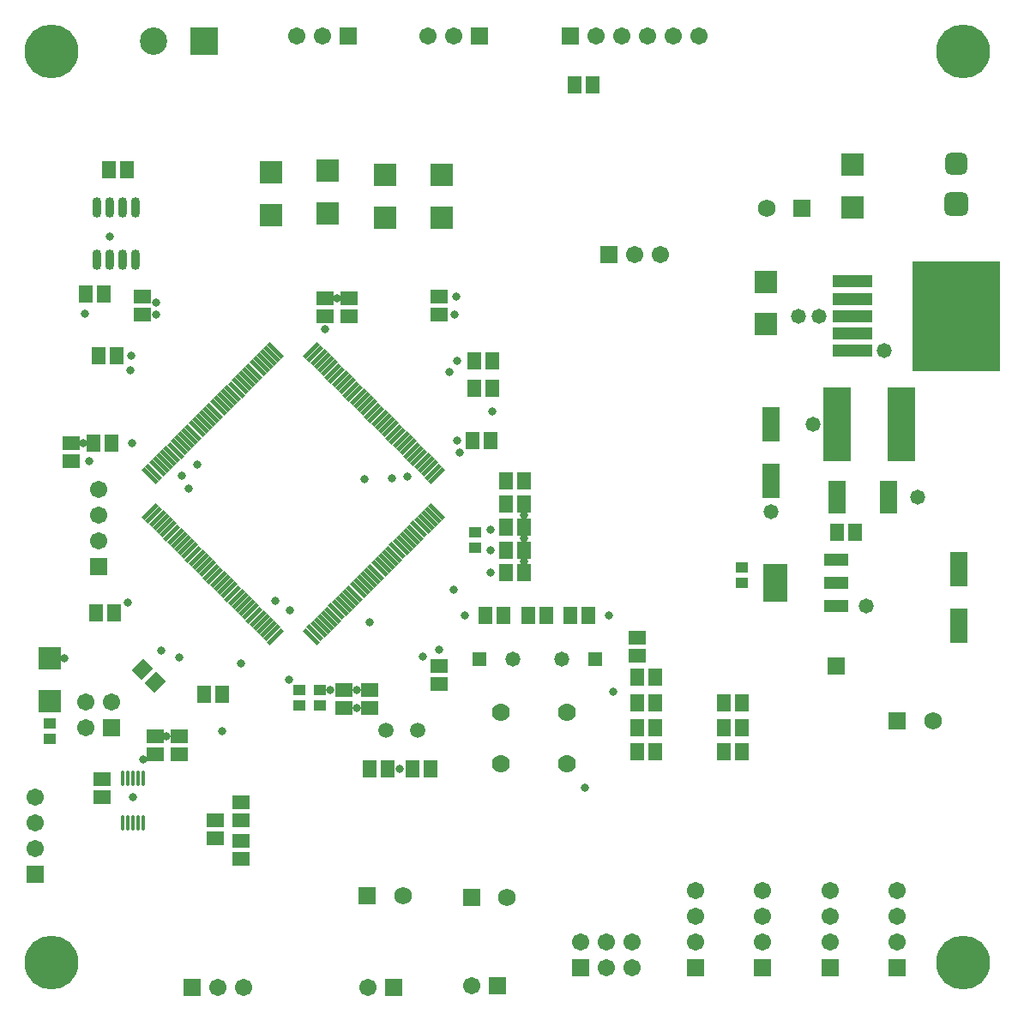
<source format=gts>
G04*
G04 #@! TF.GenerationSoftware,Altium Limited,Altium Designer,18.1.9 (240)*
G04*
G04 Layer_Color=8388736*
%FSLAX25Y25*%
%MOIN*%
G70*
G01*
G75*
%ADD38R,0.05367X0.06587*%
%ADD39R,0.06587X0.05367*%
%ADD40R,0.04658X0.04461*%
%ADD41O,0.03556X0.07887*%
%ADD42O,0.01502X0.05912*%
%ADD43R,0.08674X0.08674*%
G04:AMPARAMS|DCode=44|XSize=53.67mil|YSize=65.87mil|CornerRadius=0mil|HoleSize=0mil|Usage=FLASHONLY|Rotation=135.000|XOffset=0mil|YOffset=0mil|HoleType=Round|Shape=Rectangle|*
%AMROTATEDRECTD44*
4,1,4,0.04227,0.00432,-0.00432,-0.04227,-0.04227,-0.00432,0.00432,0.04227,0.04227,0.00432,0.0*
%
%ADD44ROTATEDRECTD44*%

%ADD45R,0.10642X0.29147*%
%ADD46R,0.06706X0.12611*%
%ADD47R,0.05800X0.05800*%
G04:AMPARAMS|DCode=48|XSize=18mil|YSize=78.87mil|CornerRadius=0mil|HoleSize=0mil|Usage=FLASHONLY|Rotation=225.000|XOffset=0mil|YOffset=0mil|HoleType=Round|Shape=Rectangle|*
%AMROTATEDRECTD48*
4,1,4,-0.02152,0.03425,0.03425,-0.02152,0.02152,-0.03425,-0.03425,0.02152,-0.02152,0.03425,0.0*
%
%ADD48ROTATEDRECTD48*%

G04:AMPARAMS|DCode=49|XSize=18mil|YSize=78.87mil|CornerRadius=0mil|HoleSize=0mil|Usage=FLASHONLY|Rotation=135.000|XOffset=0mil|YOffset=0mil|HoleType=Round|Shape=Rectangle|*
%AMROTATEDRECTD49*
4,1,4,0.03425,0.02152,-0.02152,-0.03425,-0.03425,-0.02152,0.02152,0.03425,0.03425,0.02152,0.0*
%
%ADD49ROTATEDRECTD49*%

%ADD50R,0.33871X0.42729*%
%ADD51R,0.15761X0.04934*%
%ADD52R,0.06706X0.13398*%
%ADD53R,0.09461X0.04737*%
%ADD54R,0.09461X0.14580*%
%ADD55R,0.06706X0.06706*%
%ADD56C,0.06706*%
%ADD57R,0.06706X0.06706*%
%ADD58C,0.06800*%
%ADD59R,0.06800X0.06800*%
%ADD60C,0.05918*%
%ADD61C,0.07000*%
%ADD62C,0.05800*%
%ADD63R,0.10642X0.10642*%
%ADD64C,0.10642*%
G04:AMPARAMS|DCode=65|XSize=94.61mil|YSize=94.61mil|CornerRadius=25.65mil|HoleSize=0mil|Usage=FLASHONLY|Rotation=90.000|XOffset=0mil|YOffset=0mil|HoleType=Round|Shape=RoundedRectangle|*
%AMROUNDEDRECTD65*
21,1,0.09461,0.04331,0,0,90.0*
21,1,0.04331,0.09461,0,0,90.0*
1,1,0.05131,0.02165,0.02165*
1,1,0.05131,0.02165,-0.02165*
1,1,0.05131,-0.02165,-0.02165*
1,1,0.05131,-0.02165,0.02165*
%
%ADD65ROUNDEDRECTD65*%
G04:AMPARAMS|DCode=66|XSize=86.74mil|YSize=86.74mil|CornerRadius=23.68mil|HoleSize=0mil|Usage=FLASHONLY|Rotation=90.000|XOffset=0mil|YOffset=0mil|HoleType=Round|Shape=RoundedRectangle|*
%AMROUNDEDRECTD66*
21,1,0.08674,0.03937,0,0,90.0*
21,1,0.03937,0.08674,0,0,90.0*
1,1,0.04737,0.01968,0.01968*
1,1,0.04737,0.01968,-0.01968*
1,1,0.04737,-0.01968,-0.01968*
1,1,0.04737,-0.01968,0.01968*
%
%ADD66ROUNDEDRECTD66*%
%ADD67C,0.03200*%
%ADD68C,0.20879*%
D38*
X196496Y207000D02*
D03*
X203504D02*
D03*
Y198000D02*
D03*
X196496D02*
D03*
X254504Y130500D02*
D03*
X247496D02*
D03*
X150500Y95000D02*
D03*
X143492D02*
D03*
X159996D02*
D03*
X167004D02*
D03*
X254504Y120500D02*
D03*
X247496D02*
D03*
X280996Y120500D02*
D03*
X288004D02*
D03*
X254504Y111000D02*
D03*
X247496D02*
D03*
X280996Y111000D02*
D03*
X288004D02*
D03*
X280996Y101500D02*
D03*
X288004D02*
D03*
X254504Y101500D02*
D03*
X247496D02*
D03*
X183496Y222500D02*
D03*
X190504D02*
D03*
X191004Y243000D02*
D03*
X183996D02*
D03*
X44004Y155500D02*
D03*
X36996D02*
D03*
X78996Y123988D02*
D03*
X86004D02*
D03*
X40146Y279500D02*
D03*
X33138D02*
D03*
X37996Y255492D02*
D03*
X45004D02*
D03*
X203504Y180000D02*
D03*
X196496D02*
D03*
X203504Y189000D02*
D03*
X196496D02*
D03*
Y171106D02*
D03*
X203504D02*
D03*
X43004Y221500D02*
D03*
X35996D02*
D03*
X332004Y187000D02*
D03*
X324996D02*
D03*
X188492Y154500D02*
D03*
X195500D02*
D03*
X212004D02*
D03*
X204996D02*
D03*
X228504D02*
D03*
X221496D02*
D03*
X222996Y361000D02*
D03*
X230004D02*
D03*
X41996Y328000D02*
D03*
X49004D02*
D03*
X191004Y253500D02*
D03*
X183996D02*
D03*
D39*
X69335Y100496D02*
D03*
Y107504D02*
D03*
X60000Y100496D02*
D03*
Y107504D02*
D03*
X39500Y91004D02*
D03*
Y83996D02*
D03*
X143500Y125504D02*
D03*
Y118496D02*
D03*
X170500Y135004D02*
D03*
Y127996D02*
D03*
X133500Y118496D02*
D03*
Y125504D02*
D03*
X126000Y270996D02*
D03*
Y278004D02*
D03*
X135500Y270996D02*
D03*
Y278004D02*
D03*
X27500Y214500D02*
D03*
Y221508D02*
D03*
X93500Y82000D02*
D03*
Y74992D02*
D03*
Y59992D02*
D03*
Y67000D02*
D03*
X83500Y75000D02*
D03*
Y67992D02*
D03*
X247496Y138996D02*
D03*
Y146004D02*
D03*
X170500Y271496D02*
D03*
Y278504D02*
D03*
X55000D02*
D03*
Y271496D02*
D03*
D40*
X184500Y187031D02*
D03*
Y180968D02*
D03*
X19000Y106468D02*
D03*
Y112531D02*
D03*
X124000Y125531D02*
D03*
Y119468D02*
D03*
X116000Y125531D02*
D03*
Y119468D02*
D03*
X288218Y167187D02*
D03*
Y173250D02*
D03*
D41*
X52500Y313236D02*
D03*
X47500D02*
D03*
X42500D02*
D03*
X37500D02*
D03*
X52500Y292764D02*
D03*
X47500D02*
D03*
X42500D02*
D03*
X37500D02*
D03*
D42*
X47563Y91161D02*
D03*
X49531D02*
D03*
X51500D02*
D03*
X53469D02*
D03*
X55437D02*
D03*
Y73839D02*
D03*
X53469D02*
D03*
X51500D02*
D03*
X49531D02*
D03*
X47563D02*
D03*
D43*
X19000Y137768D02*
D03*
Y121232D02*
D03*
X297500Y284268D02*
D03*
Y267732D02*
D03*
X331000Y313232D02*
D03*
Y329768D02*
D03*
X149333Y325768D02*
D03*
Y309232D02*
D03*
X171500Y325768D02*
D03*
Y309232D02*
D03*
X105000Y326768D02*
D03*
Y310232D02*
D03*
X127167Y327500D02*
D03*
Y310965D02*
D03*
D44*
X59955Y128545D02*
D03*
X55000Y133500D02*
D03*
D45*
X350000Y229000D02*
D03*
X325000D02*
D03*
D46*
Y200500D02*
D03*
X345000D02*
D03*
D47*
X231244Y137500D02*
D03*
X185969D02*
D03*
D48*
X120837Y146308D02*
D03*
X122229Y147700D02*
D03*
X123621Y149092D02*
D03*
X125013Y150484D02*
D03*
X126405Y151875D02*
D03*
X127797Y153268D02*
D03*
X129189Y154659D02*
D03*
X130581Y156051D02*
D03*
X131973Y157443D02*
D03*
X133364Y158835D02*
D03*
X134756Y160227D02*
D03*
X136148Y161619D02*
D03*
X137540Y163011D02*
D03*
X138932Y164403D02*
D03*
X140324Y165795D02*
D03*
X141716Y167187D02*
D03*
X143108Y168579D02*
D03*
X144500Y169971D02*
D03*
X145892Y171363D02*
D03*
X147284Y172755D02*
D03*
X148676Y174147D02*
D03*
X150068Y175539D02*
D03*
X151460Y176930D02*
D03*
X152852Y178322D02*
D03*
X154244Y179714D02*
D03*
X155635Y181106D02*
D03*
X157027Y182498D02*
D03*
X158419Y183890D02*
D03*
X159811Y185282D02*
D03*
X161203Y186674D02*
D03*
X162595Y188066D02*
D03*
X163987Y189458D02*
D03*
X165379Y190850D02*
D03*
X166771Y192242D02*
D03*
X168163Y193634D02*
D03*
X169555Y195026D02*
D03*
X106918Y257663D02*
D03*
X105526Y256271D02*
D03*
X104134Y254879D02*
D03*
X102742Y253487D02*
D03*
X101350Y252095D02*
D03*
X99958Y250703D02*
D03*
X98566Y249311D02*
D03*
X97174Y247919D02*
D03*
X95782Y246528D02*
D03*
X94390Y245135D02*
D03*
X92998Y243744D02*
D03*
X91606Y242352D02*
D03*
X90214Y240960D02*
D03*
X88822Y239568D02*
D03*
X87430Y238176D02*
D03*
X86039Y236784D02*
D03*
X84647Y235392D02*
D03*
X83255Y234000D02*
D03*
X81863Y232608D02*
D03*
X80471Y231216D02*
D03*
X79079Y229824D02*
D03*
X77687Y228432D02*
D03*
X76295Y227040D02*
D03*
X74903Y225648D02*
D03*
X73511Y224256D02*
D03*
X72119Y222865D02*
D03*
X70727Y221473D02*
D03*
X69335Y220081D02*
D03*
X67943Y218689D02*
D03*
X66551Y217297D02*
D03*
X65159Y215905D02*
D03*
X63767Y214513D02*
D03*
X62375Y213121D02*
D03*
X60984Y211729D02*
D03*
X59592Y210337D02*
D03*
X58200Y208945D02*
D03*
D49*
X169555Y208945D02*
D03*
X168163Y210337D02*
D03*
X166771Y211729D02*
D03*
X165379Y213121D02*
D03*
X163987Y214513D02*
D03*
X162595Y215905D02*
D03*
X161203Y217297D02*
D03*
X159811Y218689D02*
D03*
X158419Y220081D02*
D03*
X157027Y221473D02*
D03*
X155635Y222865D02*
D03*
X154244Y224256D02*
D03*
X152852Y225648D02*
D03*
X151460Y227040D02*
D03*
X150068Y228432D02*
D03*
X148676Y229824D02*
D03*
X147284Y231216D02*
D03*
X145892Y232608D02*
D03*
X144500Y234000D02*
D03*
X143108Y235392D02*
D03*
X141716Y236784D02*
D03*
X140324Y238176D02*
D03*
X138932Y239568D02*
D03*
X137540Y240960D02*
D03*
X136148Y242352D02*
D03*
X134756Y243744D02*
D03*
X133364Y245135D02*
D03*
X131973Y246528D02*
D03*
X130581Y247919D02*
D03*
X129189Y249311D02*
D03*
X127797Y250703D02*
D03*
X126405Y252095D02*
D03*
X125013Y253487D02*
D03*
X123621Y254879D02*
D03*
X122229Y256271D02*
D03*
X120837Y257663D02*
D03*
X58200Y195026D02*
D03*
X59592Y193634D02*
D03*
X60984Y192242D02*
D03*
X62375Y190850D02*
D03*
X63767Y189458D02*
D03*
X65159Y188066D02*
D03*
X66551Y186674D02*
D03*
X67943Y185282D02*
D03*
X69335Y183890D02*
D03*
X70727Y182498D02*
D03*
X72119Y181106D02*
D03*
X73511Y179714D02*
D03*
X74903Y178322D02*
D03*
X76295Y176930D02*
D03*
X77687Y175539D02*
D03*
X79079Y174147D02*
D03*
X80471Y172755D02*
D03*
X81863Y171363D02*
D03*
X83255Y169971D02*
D03*
X84647Y168579D02*
D03*
X86039Y167187D02*
D03*
X87430Y165795D02*
D03*
X88822Y164403D02*
D03*
X90214Y163011D02*
D03*
X91606Y161619D02*
D03*
X92998Y160227D02*
D03*
X94390Y158835D02*
D03*
X95782Y157443D02*
D03*
X97174Y156051D02*
D03*
X98566Y154659D02*
D03*
X99958Y153268D02*
D03*
X101350Y151875D02*
D03*
X102742Y150484D02*
D03*
X104134Y149092D02*
D03*
X105526Y147700D02*
D03*
X106918Y146308D02*
D03*
D50*
X371500Y271000D02*
D03*
D51*
X330949Y257614D02*
D03*
X330949Y264307D02*
D03*
Y271000D02*
D03*
Y277693D02*
D03*
Y284386D02*
D03*
D52*
X299500Y206976D02*
D03*
Y229000D02*
D03*
X372500Y150476D02*
D03*
Y172500D02*
D03*
D53*
X324811Y158132D02*
D03*
Y167187D02*
D03*
Y176242D02*
D03*
D54*
X301189Y167187D02*
D03*
D55*
X13500Y54000D02*
D03*
X38000Y173500D02*
D03*
X43000Y111000D02*
D03*
X348500Y17500D02*
D03*
X322333D02*
D03*
X296167D02*
D03*
X270000D02*
D03*
D56*
X13500Y64000D02*
D03*
Y74000D02*
D03*
Y84000D02*
D03*
X38000Y183500D02*
D03*
Y193500D02*
D03*
Y203500D02*
D03*
X33000Y111000D02*
D03*
X43000Y121000D02*
D03*
X33000D02*
D03*
X183000Y10500D02*
D03*
X142720Y10000D02*
D03*
X94500D02*
D03*
X84500D02*
D03*
X246500Y295000D02*
D03*
X256500D02*
D03*
X231500Y380000D02*
D03*
X241500D02*
D03*
X251500D02*
D03*
X261500D02*
D03*
X271500D02*
D03*
X348500Y47500D02*
D03*
Y37500D02*
D03*
Y27500D02*
D03*
X322333Y47500D02*
D03*
Y37500D02*
D03*
Y27500D02*
D03*
X296167Y47500D02*
D03*
Y37500D02*
D03*
Y27500D02*
D03*
X270000Y47500D02*
D03*
Y37500D02*
D03*
Y27500D02*
D03*
X176000Y380000D02*
D03*
X166000D02*
D03*
X125000D02*
D03*
X115000D02*
D03*
X225500Y27500D02*
D03*
X235500Y17500D02*
D03*
Y27500D02*
D03*
X245500Y17500D02*
D03*
Y27500D02*
D03*
D57*
X324811Y135004D02*
D03*
X193000Y10500D02*
D03*
X152720Y10000D02*
D03*
X74500D02*
D03*
X236500Y295000D02*
D03*
X221500Y380000D02*
D03*
X186000D02*
D03*
X135000D02*
D03*
X225500Y17500D02*
D03*
D58*
X156280Y45500D02*
D03*
X196780Y45000D02*
D03*
X362280Y113500D02*
D03*
X297721Y313000D02*
D03*
D59*
X142500Y45500D02*
D03*
X183000Y45000D02*
D03*
X348500Y113500D02*
D03*
X311500Y313000D02*
D03*
D60*
X162102Y110000D02*
D03*
X149898D02*
D03*
D61*
X220000Y96969D02*
D03*
X194409D02*
D03*
X220000Y116969D02*
D03*
X194409D02*
D03*
D62*
X218213Y137500D02*
D03*
X199000D02*
D03*
X315807Y229000D02*
D03*
X336368Y158132D02*
D03*
X299500Y195026D02*
D03*
X356500Y200500D02*
D03*
X343386Y257614D02*
D03*
X310000Y271000D02*
D03*
X318000D02*
D03*
D63*
X79185Y378000D02*
D03*
D64*
X59500D02*
D03*
D65*
X371500Y314500D02*
D03*
D66*
Y330090D02*
D03*
D67*
X24768Y137768D02*
D03*
X138500Y118500D02*
D03*
X227000Y87500D02*
D03*
X191004Y234004D02*
D03*
X176996Y278504D02*
D03*
X55451Y98451D02*
D03*
X32653Y272000D02*
D03*
X69504Y138093D02*
D03*
X170500Y141187D02*
D03*
X176000Y164500D02*
D03*
X158000Y208526D02*
D03*
X143492Y152000D02*
D03*
X203500Y193500D02*
D03*
X238000Y125000D02*
D03*
X155248Y95000D02*
D03*
X164000Y138500D02*
D03*
X51500Y84000D02*
D03*
X64500Y107500D02*
D03*
X86004Y109504D02*
D03*
X141500Y207500D02*
D03*
X152121Y208000D02*
D03*
X112500Y156500D02*
D03*
X106918Y160227D02*
D03*
X73000Y204000D02*
D03*
X70348Y208848D02*
D03*
X76295Y213121D02*
D03*
X42500Y302000D02*
D03*
X51213Y221500D02*
D03*
X50500Y250000D02*
D03*
X93500Y136000D02*
D03*
X138500Y125500D02*
D03*
X34500Y214500D02*
D03*
X49500Y159694D02*
D03*
X62496Y140860D02*
D03*
X112031Y129500D02*
D03*
X128000Y125504D02*
D03*
X190500Y180000D02*
D03*
Y171106D02*
D03*
Y188000D02*
D03*
X177542Y222500D02*
D03*
X178500Y218000D02*
D03*
X174500Y249306D02*
D03*
X177500Y253500D02*
D03*
X126000Y266000D02*
D03*
X50627Y255492D02*
D03*
X60500Y276242D02*
D03*
Y271496D02*
D03*
X32000Y221508D02*
D03*
X176500Y271496D02*
D03*
X130750Y278004D02*
D03*
X180500Y154500D02*
D03*
X236500D02*
D03*
X203504Y175557D02*
D03*
X203500Y184500D02*
D03*
D68*
X374016Y19685D02*
D03*
Y374016D02*
D03*
X19685D02*
D03*
Y19685D02*
D03*
M02*

</source>
